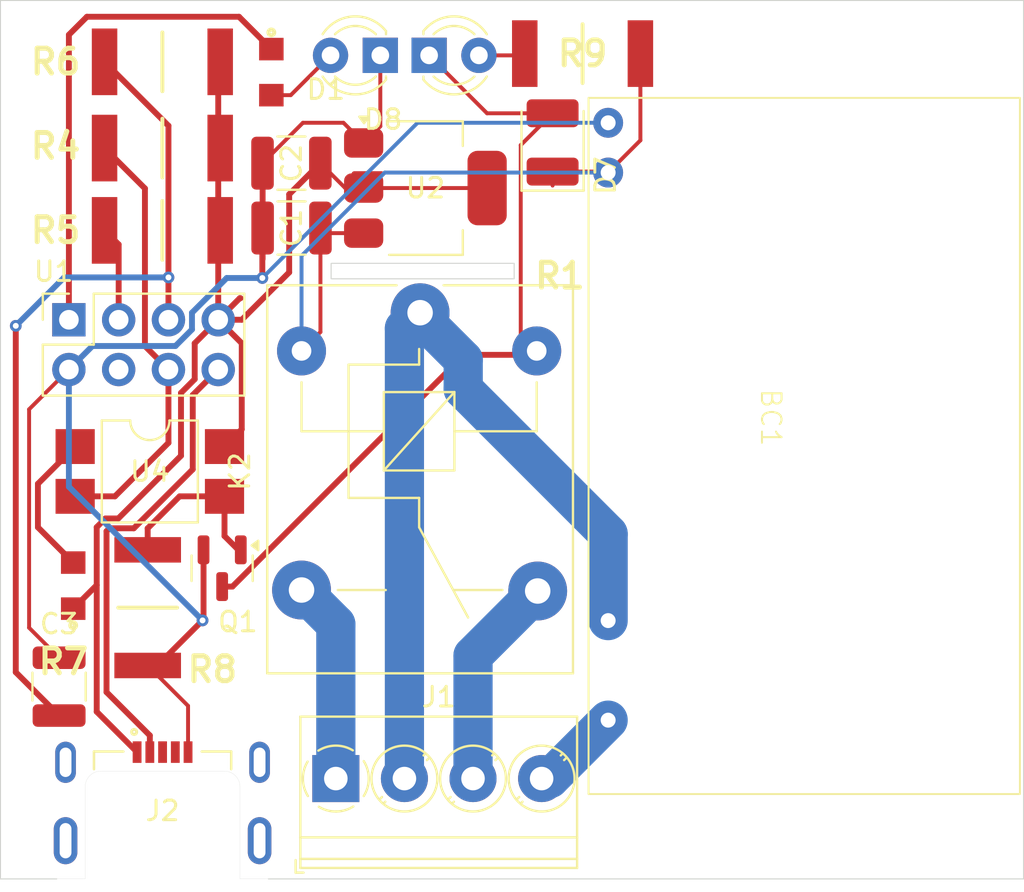
<source format=kicad_pcb>
(kicad_pcb (version 20240108) (generator "pcbnew") (generator_version "8.0")
  (layers (0 "F.Cu" signal) (31 "B.Cu" signal) (34 "B.Paste" user) (35 "F.Paste" user) (36 "B.SilkS" user "B.Silkscreen") (37 "F.SilkS" user "F.Silkscreen") (38 "B.Mask" user) (39 "F.Mask" user) (44 "Edge.Cuts" user))
  (net 0 "")
  (net 1 "/N IN")
  (net 2 "/L IN")
  (net 3 "+5V")
  (net 4 "/RST")
  (net 5 "Net-(D1-A)")
  (net 6 "Net-(D7-A)")
  (net 7 "Net-(D8-A)")
  (net 12 "/RX")
  (net 15 "/NC")
  (net 16 "/NO")
  (net 17 "/RELAY")
  (net 18 "/TX")
  (net 19 "/GPIO0")
  (net 20 "/CH_PD")
  (net 21 "Net-(R7-Pad2)")
  (net 23 "GND")
  (net 24 "VCC")
  (footprint "Homme:RESC6332X70N" (layer "F.Cu") (at 110.69 116.92 180)
    (property "Reference" "R5" (at 5.45 0 0) (layer "F.SilkS") (effects (font (size 1.27 1.27) (thickness 0.254))))
    (property "Value" "10k" (hide yes))
    (fp_line (start 0 -1.5) (end 0 1.5) (stroke (width 0.2)) (layer "F.SilkS"))
    (pad "1" smd rect (at -2.95 0 180) (size 1.3 3.4) (layers "F.Cu" "F.Paste" "F.Mask") (net 24 "VCC"))
    (pad "2" smd rect (at 2.95 0 180) (size 1.3 3.4) (layers "F.Cu" "F.Paste" "F.Mask") (net 20 "/CH_PD"))
  )
  (footprint "Capacitor_SMD:C_1210_3225Metric" (layer "F.Cu") (at 117.275 113.49)
    (property "Reference" "C2" (at 0 0 90) (layer "F.SilkS"))
    (property "Value" "100nf")
    (fp_line (start -0.711252 -1.36) (end 0.711252 -1.36) (stroke (width 0.12)) (layer "F.SilkS"))
    (fp_line (start -0.711252 1.36) (end 0.711252 1.36) (stroke (width 0.12)) (layer "F.SilkS"))
    (pad "1" smd roundrect (at -1.475 0) (size 1.15 2.7) (layers "F.Cu" "F.Paste" "F.Mask") (roundrect_rratio 0.217391) (net 23 "GND"))
    (pad "2" smd roundrect (at 1.475 0) (size 1.15 2.7) (layers "F.Cu" "F.Paste" "F.Mask") (roundrect_rratio 0.217391) (net 24 "VCC"))
  )
  (footprint "Homme:RESC6332X70N" (layer "F.Cu") (at 132.13 107.9)
    (property "Reference" "R9" (at 0 0 360) (layer "F.SilkS") (effects (font (size 1.27 1.27) (thickness 0.254))))
    (property "Value" "1K" (hide yes))
    (fp_line (start 0 -1.5) (end 0 1.5) (stroke (width 0.2)) (layer "F.SilkS"))
    (pad "1" smd rect (at -2.95 0) (size 1.3 3.4) (layers "F.Cu" "F.Paste" "F.Mask") (net 7 "Net-(D8-A)"))
    (pad "2" smd rect (at 2.95 0) (size 1.3 3.4) (layers "F.Cu" "F.Paste" "F.Mask") (net 3 "+5V"))
  )
  (footprint "Relay_THT:Relay_SPDT_SANYOU_SRD_Series_Form_C" (layer "F.Cu") (at 123.84 121.12 -90)
    (property "Reference" "K2" (at 8.1 9.2 90) (layer "F.SilkS"))
    (property "Value" "SANYOU_SRD_Form_C")
    (fp_line (start 18.4 7.8) (end -1.4 7.8) (stroke (width 0.12)) (layer "F.SilkS"))
    (fp_line (start 3.55 6.05) (end 6.05 6.05) (stroke (width 0.12)) (layer "F.SilkS"))
    (fp_line (start 14.15 4.2) (end 14.15 1.75) (stroke (width 0.12)) (layer "F.SilkS"))
    (fp_line (start 9.45 3.65) (end 2.65 3.65) (stroke (width 0.12)) (layer "F.SilkS"))
    (fp_line (start 4.05 1.85) (end 4.05 -1.75) (stroke (width 0.12)) (layer "F.SilkS"))
    (fp_line (start 6.05 1.85) (end 6.05 6.05) (stroke (width 0.12)) (layer "F.SilkS"))
    (fp_line (start 8.05 1.85) (end 4.05 1.85) (stroke (width 0.12)) (layer "F.SilkS"))
    (fp_line (start 8.05 1.85) (end 4.05 -1.75) (stroke (width 0.12)) (layer "F.SilkS"))
    (fp_line (start -1.4 1.2) (end -1.4 7.8) (stroke (width 0.12)) (layer "F.SilkS"))
    (fp_line (start 2.65 0.05) (end 2.65 3.65) (stroke (width 0.12)) (layer "F.SilkS"))
    (fp_line (start 2.65 0.05) (end 1.85 0.05) (stroke (width 0.12)) (layer "F.SilkS"))
    (fp_line (start 9.45 0.05) (end 9.45 3.65) (stroke (width 0.12)) (layer "F.SilkS"))
    (fp_line (start 9.45 0.05) (end 10.95 0.05) (stroke (width 0.12)) (layer "F.SilkS"))
    (fp_line (start 10.95 0.05) (end 15.55 -2.45) (stroke (width 0.12)) (layer "F.SilkS"))
    (fp_line (start 4.05 -1.75) (end 8.05 -1.75) (stroke (width 0.12)) (layer "F.SilkS"))
    (fp_line (start 8.05 -1.75) (end 8.05 1.85) (stroke (width 0.12)) (layer "F.SilkS"))
    (fp_line (start 14.15 -4.2) (end 14.15 -1.7) (stroke (width 0.12)) (layer "F.SilkS"))
    (fp_line (start 6.05 -5.95) (end 6.05 -1.75) (stroke (width 0.12)) (layer "F.SilkS"))
    (fp_line (start 6.05 -5.95) (end 3.55 -5.95) (stroke (width 0.12)) (layer "F.SilkS"))
    (fp_line (start -1.4 -7.8) (end -1.4 -1.2) (stroke (width 0.12)) (layer "F.SilkS"))
    (fp_line (start -1.4 -7.8) (end 18.4 -7.8) (stroke (width 0.12)) (layer "F.SilkS"))
    (fp_line (start 18.4 -7.8) (end 18.4 7.8) (stroke (width 0.12)) (layer "F.SilkS"))
    (pad "1" thru_hole circle (at 0 0) (size 3 3) (drill 1.3) (layers "*.Cu" "*.Mask") (net 2 "/L IN"))
    (pad "2" thru_hole circle (at 1.95 6.05) (size 2.5 2.5) (drill 1) (layers "*.Cu" "*.Mask") (net 3 "+5V"))
    (pad "3" thru_hole circle (at 14.15 6.05) (size 3 3) (drill 1.3) (layers "*.Cu" "*.Mask") (net 16 "/NO"))
    (pad "4" thru_hole circle (at 14.2 -6) (size 3 3) (drill 1.3) (layers "*.Cu" "*.Mask") (net 15 "/NC"))
    (pad "5" thru_hole circle (at 1.95 -5.95) (size 2.5 2.5) (drill 1) (layers "*.Cu" "*.Mask") (net 6 "Net-(D7-A)"))
  )
  (footprint "Package_TO_SOT_SMD:SOT-23" (layer "F.Cu") (at 113.74 134.1575 -90)
    (property "Reference" "Q1" (at 2.7375 -0.8 180) (layer "F.SilkS"))
    (property "Value" "2N7002")
    (fp_line (start 0 1.56) (end -0.65 1.56) (stroke (width 0.12)) (layer "F.SilkS"))
    (fp_line (start 0 1.56) (end 0.65 1.56) (stroke (width 0.12)) (layer "F.SilkS"))
    (fp_line (start 0 -1.56) (end -0.65 -1.56) (stroke (width 0.12)) (layer "F.SilkS"))
    (fp_line (start 0 -1.56) (end 0.65 -1.56) (stroke (width 0.12)) (layer "F.SilkS"))
    (fp_poly (pts (xy -1.1625 -1.51) (xy -1.4025 -1.84) (xy -0.9225 -1.84) (xy -1.1625 -1.51)) (stroke (width 0.12)) (fill solid) (layer "F.SilkS"))
    (pad "1" smd roundrect (at -0.9375 -0.95 270) (size 1.475 0.6) (layers "F.Cu" "F.Paste" "F.Mask") (net 17 "/RELAY"))
    (pad "2" smd roundrect (at -0.9375 0.95 270) (size 1.475 0.6) (layers "F.Cu" "F.Paste" "F.Mask") (net 23 "GND"))
    (pad "3" smd roundrect (at 0.9375 0 270) (size 1.475 0.6) (layers "F.Cu" "F.Paste" "F.Mask") (net 6 "Net-(D7-A)"))
  )
  (footprint "Homme:Buck Connect" (layer "F.Cu") (at 132.435 126.47 -90)
    (property "Reference" "BC1" (at 0 -9.305 -90) (layer "F.SilkS") (effects (font (thickness 0.1))))
    (property "Value" "~" (hide yes))
    (fp_rect (start -16.31 -22.01) (end 19.21 0) (stroke (width 0.1)) (fill none) (layer "F.SilkS"))
    (pad "1" thru_hole circle (at 10.36 -1 270) (size 1.524 1.524) (drill 0.762) (layers "*.Cu" "*.Mask") (net 2 "/L IN"))
    (pad "2" thru_hole circle (at 15.44 -1 270) (size 1.524 1.524) (drill 0.762) (layers "*.Cu" "*.Mask") (net 1 "/N IN"))
    (pad "3" thru_hole circle (at -12.5 -1 270) (size 1.524 1.524) (drill 0.762) (layers "*.Cu" "*.Mask") (net 3 "+5V"))
    (pad "4" thru_hole circle (at -15.04 -1 270) (size 1.524 1.524) (drill 0.762) (layers "*.Cu" "*.Mask") (net 23 "GND"))
  )
  (footprint "Package_TO_SOT_SMD:SOT-223-3_TabPin2" (layer "F.Cu") (at 124.11 114.76)
    (property "Reference" "U2" (at 0 0 0) (layer "F.SilkS"))
    (property "Value" "LD1117S33TR_SOT223")
    (fp_line (start -1.85 -3.41) (end 1.91 -3.41) (stroke (width 0.12)) (layer "F.SilkS"))
    (fp_line (start -1.85 3.41) (end 1.91 3.41) (stroke (width 0.12)) (layer "F.SilkS"))
    (fp_line (start 1.91 -3.41) (end 1.91 -2.15) (stroke (width 0.12)) (layer "F.SilkS"))
    (fp_line (start 1.91 3.41) (end 1.91 2.15) (stroke (width 0.12)) (layer "F.SilkS"))
    (fp_poly (pts (xy -3.13 -3.31) (xy -3.37 -3.64) (xy -2.89 -3.64) (xy -3.13 -3.31)) (stroke (width 0.12)) (fill solid) (layer "F.SilkS"))
    (pad "1" smd roundrect (at -3.15 -2.3) (size 2 1.5) (layers "F.Cu" "F.Paste" "F.Mask") (net 23 "GND"))
    (pad "2" smd roundrect (at -3.15 0) (size 2 1.5) (layers "F.Cu" "F.Paste" "F.Mask") (net 24 "VCC"))
    (pad "2" smd roundrect (at 3.15 0) (size 2 3.8) (layers "F.Cu" "F.Paste" "F.Mask") (net 24 "VCC"))
    (pad "3" smd roundrect (at -3.15 2.3) (size 2 1.5) (layers "F.Cu" "F.Paste" "F.Mask") (net 3 "+5V"))
  )
  (footprint "Package_DIP:SMDIP-4_W7.62mm" (layer "F.Cu") (at 110.05 129.22)
    (property "Reference" "U4" (at 0 0 0) (layer "F.SilkS"))
    (property "Value" "PC817")
    (fp_line (start -2.45 -2.6) (end -2.45 2.6) (stroke (width 0.12)) (layer "F.SilkS"))
    (fp_line (start -2.45 2.6) (end 2.45 2.6) (stroke (width 0.12)) (layer "F.SilkS"))
    (fp_line (start -1 -2.6) (end -2.45 -2.6) (stroke (width 0.12)) (layer "F.SilkS"))
    (fp_line (start 2.45 -2.6) (end 1 -2.6) (stroke (width 0.12)) (layer "F.SilkS"))
    (fp_line (start 2.45 2.6) (end 2.45 -2.6) (stroke (width 0.12)) (layer "F.SilkS"))
    (fp_arc (start 1 -2.6) (mid 0 -1.6) (end -1 -2.6) (stroke (width 0.12)) (layer "F.SilkS"))
    (pad "1" smd rect (at -3.81 -1.27) (size 2 1.78) (layers "F.Cu" "F.Paste" "F.Mask") (net 21 "Net-(R7-Pad2)"))
    (pad "2" smd rect (at -3.81 1.27) (size 2 1.78) (layers "F.Cu" "F.Paste" "F.Mask") (net 19 "/GPIO0"))
    (pad "3" smd rect (at 3.81 1.27) (size 2 1.78) (layers "F.Cu" "F.Paste" "F.Mask") (net 17 "/RELAY"))
    (pad "4" smd rect (at 3.81 -1.27) (size 2 1.78) (layers "F.Cu" "F.Paste" "F.Mask") (net 24 "VCC"))
  )
  (footprint "Homme:RESC6332X70N" (layer "F.Cu") (at 110.69 112.72 180)
    (property "Reference" "R4" (at 5.45 0.1 0) (layer "F.SilkS") (effects (font (size 1.27 1.27) (thickness 0.254))))
    (property "Value" "10k" (hide yes))
    (fp_line (start 0 -1.5) (end 0 1.5) (stroke (width 0.2)) (layer "F.SilkS"))
    (pad "1" smd rect (at -2.95 0 180) (size 1.3 3.4) (layers "F.Cu" "F.Paste" "F.Mask") (net 24 "VCC"))
    (pad "2" smd rect (at 2.95 0 180) (size 1.3 3.4) (layers "F.Cu" "F.Paste" "F.Mask") (net 19 "/GPIO0"))
  )
  (footprint "Homme:ERJUP6" (layer "F.Cu") (at 116.25 108.845 -90)
    (property "Reference" "R1" (at 10.395 -14.72 0) (layer "F.SilkS") (effects (font (size 1.27 1.27) (thickness 0.254))))
    (property "Value" "150" (hide yes))
    (fp_circle (center -2.025 0) (end -2.025 0.05) (stroke (width 0.2)) (fill none) (layer "F.SilkS"))
    (pad "1" smd rect (at -1.175 0 270) (size 1.15 1.25) (layers "F.Cu" "F.Paste" "F.Mask") (net 18 "/TX"))
    (pad "2" smd rect (at 1.175 0 270) (size 1.15 1.25) (layers "F.Cu" "F.Paste" "F.Mask") (net 5 "Net-(D1-A)"))
  )
  (footprint "Homme:RESC6332X70N" (layer "F.Cu") (at 110.69 108.32 180)
    (property "Reference" "R6" (at 5.45 0 0) (layer "F.SilkS") (effects (font (size 1.27 1.27) (thickness 0.254))))
    (property "Value" "10k" (hide yes))
    (fp_line (start 0 -1.5) (end 0 1.5) (stroke (width 0.2)) (layer "F.SilkS"))
    (pad "1" smd rect (at -2.95 0 180) (size 1.3 3.4) (layers "F.Cu" "F.Paste" "F.Mask") (net 24 "VCC"))
    (pad "2" smd rect (at 2.95 0 180) (size 1.3 3.4) (layers "F.Cu" "F.Paste" "F.Mask") (net 4 "/RST"))
  )
  (footprint "TerminalBlock_Phoenix:TerminalBlock_Phoenix_PT-1,5-4-3.5-H_1x04_P3.50mm_Horizontal" (layer "F.Cu") (at 119.54 144.89)
    (property "Reference" "J1" (at 5.25 -4.16 0) (layer "F.SilkS"))
    (property "Value" "Screw_Terminal_01x04")
    (fp_line (start -2.05 4.16) (end -2.05 4.8) (stroke (width 0.12)) (layer "F.SilkS"))
    (fp_line (start -2.05 4.8) (end -1.65 4.8) (stroke (width 0.12)) (layer "F.SilkS"))
    (fp_line (start -1.81 -3.16) (end -1.81 4.56) (stroke (width 0.12)) (layer "F.SilkS"))
    (fp_line (start -1.81 -3.16) (end 12.31 -3.16) (stroke (width 0.12)) (layer "F.SilkS"))
    (fp_line (start -1.81 3) (end 12.31 3) (stroke (width 0.12)) (layer "F.SilkS"))
    (fp_line (start -1.81 4.1) (end 12.31 4.1) (stroke (width 0.12)) (layer "F.SilkS"))
    (fp_line (start -1.81 4.56) (end 12.31 4.56) (stroke (width 0.12)) (layer "F.SilkS"))
    (fp_line (start 2.355 0.941) (end 2.226 1.069) (stroke (width 0.12)) (layer "F.SilkS"))
    (fp_line (start 2.525 1.181) (end 2.431 1.274) (stroke (width 0.12)) (layer "F.SilkS"))
    (fp_line (start 4.57 -1.275) (end 4.476 -1.181) (stroke (width 0.12)) (layer "F.SilkS"))
    (fp_line (start 4.775 -1.069) (end 4.646 -0.941) (stroke (width 0.12)) (layer "F.SilkS"))
    (fp_line (start 5.855 0.941) (end 5.726 1.069) (stroke (width 0.12)) (layer "F.SilkS"))
    (fp_line (start 6.025 1.181) (end 5.931 1.274) (stroke (width 0.12)) (layer "F.SilkS"))
    (fp_line (start 8.07 -1.275) (end 7.976 -1.181) (stroke (width 0.12)) (layer "F.SilkS"))
    (fp_line (start 8.275 -1.069) (end 8.146 -0.941) (stroke (width 0.12)) (layer "F.SilkS"))
    (fp_line (start 9.355 0.941) (end 9.226 1.069) (stroke (width 0.12)) (layer "F.SilkS"))
    (fp_line (start 9.525 1.181) (end 9.431 1.274) (stroke (width 0.12)) (layer "F.SilkS"))
    (fp_line (start 11.57 -1.275) (end 11.476 -1.181) (stroke (width 0.12)) (layer "F.SilkS"))
    (fp_line (start 11.775 -1.069) (end 11.646 -0.941) (stroke (width 0.12)) (layer "F.SilkS"))
    (fp_line (start 12.31 -3.16) (end 12.31 4.56) (stroke (width 0.12)) (layer "F.SilkS"))
    (fp_arc (start -1.425358 0.889894) (mid -1.680286 0.014012) (end -1.44 -0.866) (stroke (width 0.12)) (layer "F.SilkS"))
    (fp_arc (start -0.889894 -1.425358) (mid -0.014012 -1.680286) (end 0.866 -1.44) (stroke (width 0.12)) (layer "F.SilkS"))
    (fp_arc (start 0.028674 1.680099) (mid -0.435535 1.622918) (end -0.866 1.44) (stroke (width 0.12)) (layer "F.SilkS"))
    (fp_arc (start 0.890264 1.424721) (mid 0.463071 1.61492) (end 0 1.68) (stroke (width 0.12)) (layer "F.SilkS"))
    (fp_arc (start 1.425504 -0.890193) (mid 1.680626 0.000476) (end 1.425 0.891) (stroke (width 0.12)) (layer "F.SilkS"))
    (fp_circle (center 3.5 0) (end 5.18 0) (stroke (width 0.12)) (fill none) (layer "F.SilkS"))
    (fp_circle (center 7 0) (end 8.68 0) (stroke (width 0.12)) (fill none) (layer "F.SilkS"))
    (fp_circle (center 10.5 0) (end 12.18 0) (stroke (width 0.12)) (fill none) (layer "F.SilkS"))
    (pad "1" thru_hole rect (at 0 0) (size 2.4 2.4) (drill 1.2) (layers "*.Cu" "*.Mask") (net 16 "/NO"))
    (pad "2" thru_hole circle (at 3.5 0) (size 2.4 2.4) (drill 1.2) (layers "*.Cu" "*.Mask") (net 2 "/L IN"))
    (pad "3" thru_hole circle (at 7 0) (size 2.4 2.4) (drill 1.2) (layers "*.Cu" "*.Mask") (net 15 "/NC"))
    (pad "4" thru_hole circle (at 10.5 0) (size 2.4 2.4) (drill 1.2) (layers "*.Cu" "*.Mask") (net 1 "/N IN"))
  )
  (footprint "Capacitor_SMD:C_1210_3225Metric" (layer "F.Cu") (at 117.28 116.8)
    (property "Reference" "C1" (at 0 0 90) (layer "F.SilkS"))
    (property "Value" "1uf")
    (fp_line (start -0.711252 -1.36) (end 0.711252 -1.36) (stroke (width 0.12)) (layer "F.SilkS"))
    (fp_line (start -0.711252 1.36) (end 0.711252 1.36) (stroke (width 0.12)) (layer "F.SilkS"))
    (pad "1" smd roundrect (at -1.475 0) (size 1.15 2.7) (layers "F.Cu" "F.Paste" "F.Mask") (roundrect_rratio 0.217391) (net 23 "GND"))
    (pad "2" smd roundrect (at 1.475 0) (size 1.15 2.7) (layers "F.Cu" "F.Paste" "F.Mask") (roundrect_rratio 0.217391) (net 3 "+5V"))
  )
  (footprint "Homme:ERJUP6" (layer "F.Cu") (at 106.14 135.045 90)
    (property "Reference" "R7" (at -3.875 -0.5 180) (layer "F.SilkS") (effects (font (size 1.27 1.27) (thickness 0.254))))
    (property "Value" "170" (hide yes))
    (fp_circle (center -2.025 0) (end -2.025 0.05) (stroke (width 0.2)) (fill none) (layer "F.SilkS"))
    (pad "1" smd rect (at -1.175 0 90) (size 1.15 1.25) (layers "F.Cu" "F.Paste" "F.Mask") (net 24 "VCC"))
    (pad "2" smd rect (at 1.175 0 90) (size 1.15 1.25) (layers "F.Cu" "F.Paste" "F.Mask") (net 21 "Net-(R7-Pad2)"))
  )
  (footprint "Diode_SMD:D_1210_3225Metric_Pad1.42x2.65mm_HandSolder" (layer "F.Cu") (at 130.6 112.4325 90)
    (property "Reference" "D7" (at -1.6875 2.7 90) (layer "F.SilkS"))
    (property "Value" "D")
    (fp_line (start 1.6 -1.585) (end -2.46 -1.585) (stroke (width 0.12)) (layer "F.SilkS"))
    (fp_line (start -2.46 -1.585) (end -2.46 1.585) (stroke (width 0.12)) (layer "F.SilkS"))
    (fp_line (start -2.46 1.585) (end 1.6 1.585) (stroke (width 0.12)) (layer "F.SilkS"))
    (pad "1" smd roundrect (at -1.4875 0 90) (size 1.425 2.65) (layers "F.Cu" "F.Paste" "F.Mask") (roundrect_rratio 0.175439) (net 3 "+5V"))
    (pad "2" smd roundrect (at 1.4875 0 90) (size 1.425 2.65) (layers "F.Cu" "F.Paste" "F.Mask") (roundrect_rratio 0.175439) (net 6 "Net-(D7-A)"))
  )
  (footprint "LED_THT:LED_D3.0mm" (layer "F.Cu") (at 121.81 107.99 180)
    (property "Reference" "D1" (at 2.78 -1.74 0) (layer "F.SilkS"))
    (property "Value" "LED")
    (fp_line (start -0.29 1.08) (end -0.29 1.236) (stroke (width 0.12)) (layer "F.SilkS"))
    (fp_line (start -0.29 -1.236) (end -0.29 -1.08) (stroke (width 0.12)) (layer "F.SilkS"))
    (fp_arc (start 2.942335 1.078608) (mid 1.366487 1.987659) (end -0.29 1.235516) (stroke (width 0.12)) (layer "F.SilkS"))
    (fp_arc (start 2.31113 1.079837) (mid 1.270117 1.5) (end 0.229039 1.08) (stroke (width 0.12)) (layer "F.SilkS"))
    (fp_arc (start 0.229039 -1.08) (mid 1.270117 -1.5) (end 2.31113 -1.079837) (stroke (width 0.12)) (layer "F.SilkS"))
    (fp_arc (start -0.29 -1.235516) (mid 1.366487 -1.987659) (end 2.942335 -1.078608) (stroke (width 0.12)) (layer "F.SilkS"))
    (pad "1" thru_hole rect (at 0 0 180) (size 1.8 1.8) (drill 0.9) (layers "*.Cu" "*.Mask") (net 23 "GND"))
    (pad "2" thru_hole circle (at 2.54 0 180) (size 1.8 1.8) (drill 0.9) (layers "*.Cu" "*.Mask") (net 5 "Net-(D1-A)"))
  )
  (footprint "Homme:RESC6332X70N" (layer "F.Cu") (at 109.94 136.17 90)
    (property "Reference" "R8" (at -3.15 3.3 180) (layer "F.SilkS") (effects (font (size 1.27 1.27) (thickness 0.254))))
    (property "Value" "10k" (hide yes))
    (fp_line (start 0 -1.5) (end 0 1.5) (stroke (width 0.2)) (layer "F.SilkS"))
    (pad "1" smd rect (at -2.95 0 90) (size 1.3 3.4) (layers "F.Cu" "F.Paste" "F.Mask") (net 23 "GND"))
    (pad "2" smd rect (at 2.95 0 90) (size 1.3 3.4) (layers "F.Cu" "F.Paste" "F.Mask") (net 17 "/RELAY"))
  )
  (footprint "Connector_PinSocket_2.54mm:PinSocket_2x04_P2.54mm_Vertical" (layer "F.Cu") (at 105.92 121.48 90)
    (property "Reference" "U1" (at 2.46 -0.78 180) (layer "F.SilkS"))
    (property "Value" "ESP-01v090")
    (fp_line (start 1.33 -1.33) (end 1.33 0) (stroke (width 0.12)) (layer "F.SilkS"))
    (fp_line (start 0 -1.33) (end 1.33 -1.33) (stroke (width 0.12)) (layer "F.SilkS"))
    (fp_line (start -1.27 -1.33) (end -1.27 1.27) (stroke (width 0.12)) (layer "F.SilkS"))
    (fp_line (start -3.87 -1.33) (end -1.27 -1.33) (stroke (width 0.12)) (layer "F.SilkS"))
    (fp_line (start -3.87 -1.33) (end -3.87 8.95) (stroke (width 0.12)) (layer "F.SilkS"))
    (fp_line (start 1.33 1.27) (end 1.33 8.95) (stroke (width 0.12)) (layer "F.SilkS"))
    (fp_line (start -1.27 1.27) (end 1.33 1.27) (stroke (width 0.12)) (layer "F.SilkS"))
    (fp_line (start -3.87 8.95) (end 1.33 8.95) (stroke (width 0.12)) (layer "F.SilkS"))
    (pad "1" thru_hole rect (at 0 0 90) (size 1.7 1.7) (drill 1) (layers "*.Cu" "*.Mask") (net 18 "/TX"))
    (pad "2" thru_hole oval (at -2.54 0 90) (size 1.7 1.7) (drill 1) (layers "*.Cu" "*.Mask") (net 23 "GND"))
    (pad "3" thru_hole oval (at 0 2.54 90) (size 1.7 1.7) (drill 1) (layers "*.Cu" "*.Mask") (net 20 "/CH_PD"))
    (pad "4" thru_hole oval (at -2.54 2.54 90) (size 1.7 1.7) (drill 1) (layers "*.Cu" "*.Mask"))
    (pad "5" thru_hole oval (at 0 5.08 90) (size 1.7 1.7) (drill 1) (layers "*.Cu" "*.Mask") (net 4 "/RST"))
    (pad "6" thru_hole oval (at -2.54 5.08 90) (size 1.7 1.7) (drill 1) (layers "*.Cu" "*.Mask") (net 19 "/GPIO0"))
    (pad "7" thru_hole oval (at 0 7.62 90) (size 1.7 1.7) (drill 1) (layers "*.Cu" "*.Mask") (net 24 "VCC"))
    (pad "8" thru_hole oval (at -2.54 7.62 90) (size 1.7 1.7) (drill 1) (layers "*.Cu" "*.Mask") (net 12 "/RX"))
  )
  (footprint "Capacitor_SMD:C_1210_3225Metric" (layer "F.Cu") (at 105.42 140.2 90)
    (property "Reference" "C3" (at 3.2 0 0) (layer "F.SilkS"))
    (property "Value" "100nf")
    (fp_line (start -0.711252 -1.36) (end 0.711252 -1.36) (stroke (width 0.12)) (layer "F.SilkS"))
    (fp_line (start -0.711252 1.36) (end 0.711252 1.36) (stroke (width 0.12)) (layer "F.SilkS"))
    (pad "1" smd roundrect (at -1.475 0 90) (size 1.15 2.7) (layers "F.Cu" "F.Paste" "F.Mask") (roundrect_rratio 0.217391) (net 4 "/RST"))
    (pad "2" smd roundrect (at 1.475 0 90) (size 1.15 2.7) (layers "F.Cu" "F.Paste" "F.Mask") (roundrect_rratio 0.217391) (net 23 "GND"))
  )
  (footprint "LED_THT:LED_D3.0mm" (layer "F.Cu") (at 124.3 107.99)
    (property "Reference" "D8" (at -2.345 3.27 0) (layer "F.SilkS"))
    (property "Value" "LED")
    (fp_line (start -0.29 -1.236) (end -0.29 -1.08) (stroke (width 0.12)) (layer "F.SilkS"))
    (fp_line (start -0.29 1.08) (end -0.29 1.236) (stroke (width 0.12)) (layer "F.SilkS"))
    (fp_arc (start -0.29 -1.235516) (mid 1.366487 -1.987659) (end 2.942335 -1.078608) (stroke (width 0.12)) (layer "F.SilkS"))
    (fp_arc (start 0.229039 -1.08) (mid 1.270117 -1.5) (end 2.31113 -1.079837) (stroke (width 0.12)) (layer "F.SilkS"))
    (fp_arc (start 2.31113 1.079837) (mid 1.270117 1.5) (end 0.229039 1.08) (stroke (width 0.12)) (layer "F.SilkS"))
    (fp_arc (start 2.942335 1.078608) (mid 1.366487 1.987659) (end -0.29 1.235516) (stroke (width 0.12)) (layer "F.SilkS"))
    (pad "1" thru_hole rect (at 0 0) (size 1.8 1.8) (drill 0.9) (layers "*.Cu" "*.Mask") (net 6 "Net-(D7-A)"))
    (pad "2" thru_hole circle (at 2.54 0) (size 1.8 1.8) (drill 0.9) (layers "*.Cu" "*.Mask") (net 7 "Net-(D8-A)"))
  )
  (footprint "Homme:MOLEX_476421001" (layer "F.Cu") (at 110.7 146.825)
    (property "Reference" "J2" (at 0 -0.2906 0) (layer "F.SilkS"))
    (property "Value" "476421001")
    (fp_line (start -3.5 -3.315) (end -3.5 -2.415) (stroke (width 0.127)) (layer "F.SilkS"))
    (fp_line (start -2 -3.315) (end -3.5 -3.315) (stroke (width 0.127)) (layer "F.SilkS"))
    (fp_line (start 2 -3.315) (end 3.5 -3.315) (stroke (width 0.127)) (layer "F.SilkS"))
    (fp_line (start 3.5 -3.315) (end 3.5 -2.415) (stroke (width 0.127)) (layer "F.SilkS"))
    (fp_circle (center -1.45 -4.315) (end -1.4 -4.315) (stroke (width 0.1524)) (fill none) (layer "F.SilkS"))
    (fp_line (start -5.4 3.185) (end -3.95 3.185) (stroke (width 0.01)) (layer "Edge.Cuts"))
    (fp_line (start -3.95 3.185) (end -3.95 -1.515) (stroke (width 0.01)) (layer "Edge.Cuts"))
    (fp_line (start -3.15 -2.315) (end 3.15 -2.315) (stroke (width 0.01)) (layer "Edge.Cuts"))
    (fp_line (start 3.95 -1.515) (end 3.95 3.185) (stroke (width 0.01)) (layer "Edge.Cuts"))
    (fp_line (start 3.95 3.185) (end 5.4 3.185) (stroke (width 0.01)) (layer "Edge.Cuts"))
    (fp_arc (start -3.95 -1.515) (mid -3.715685 -2.080685) (end -3.15 -2.315) (stroke (width 0.01)) (layer "Edge.Cuts"))
    (fp_arc (start 3.15 -2.315) (mid 3.715685 -2.080685) (end 3.95 -1.515) (stroke (width 0.01)) (layer "Edge.Cuts"))
    (pad "1" smd rect (at -1.3 -3.285) (size 0.45 1.1) (layers "F.Cu" "F.Paste" "F.Mask") (net 24 "VCC"))
    (pad "2" smd rect (at -0.65 -3.285) (size 0.45 1.1) (layers "F.Cu" "F.Paste" "F.Mask") (net 12 "/RX"))
    (pad "3" smd rect (at 0 -3.285) (size 0.45 1.1) (layers "F.Cu" "F.Paste" "F.Mask"))
    (pad "4" smd rect (at 0.65 -3.285) (size 0.45 1.1) (layers "F.Cu" "F.Paste" "F.Mask"))
    (pad "5" smd rect (at 1.3 -3.285) (size 0.45 1.1) (layers "F.Cu" "F.Paste" "F.Mask") (net 23 "GND"))
    (pad "P1" thru_hole oval (at -4.95 1.235) (size 1.2 2.4) (drill oval 0.6 1.8) (layers "*.Cu" "*.Mask"))
    (pad "P2" thru_hole oval (at 4.95 1.235) (size 1.2 2.4) (drill oval 0.6 1.8) (layers "*.Cu" "*.Mask"))
    (pad "P3" thru_hole oval (at -4.95 -2.765) (size 1.05 2.1) (drill oval 0.6 1.5) (layers "*.Cu" "*.Mask"))
    (pad "P4" thru_hole oval (at 4.95 -2.765) (size 1.05 2.1) (drill oval 0.6 1.5) (layers "*.Cu" "*.Mask"))
  )
  (gr_line (start 102.43 150.01) (end 105.3 150.01) (stroke (width 0.05)) (layer "Edge.Cuts"))
  (gr_rect (start 119.3 118.6) (end 128.64 119.39) (stroke (width 0.05)) (fill none) (layer "Edge.Cuts"))
  (gr_line (start 154.63 105.19) (end 102.43 105.19) (stroke (width 0.05)) (layer "Edge.Cuts"))
  (gr_line (start 102.43 105.19) (end 102.43 150.01) (stroke (width 0.05)) (layer "Edge.Cuts"))
  (gr_line (start 154.63 150.01) (end 154.63 105.19) (stroke (width 0.05)) (layer "Edge.Cuts"))
  (gr_line (start 116.1 150.01) (end 154.63 150.01) (stroke (width 0.05)) (layer "Edge.Cuts"))
  (segment (start 130.455 144.89) (end 133.435 141.91) (width 2) (layer "B.Cu") (net 1))
  (segment (start 130.04 144.89) (end 130.455 144.89) (width 2) (layer "B.Cu") (net 1))
  (segment (start 123.04 121.92) (end 123.84 121.12) (width 2) (layer "B.Cu") (net 2))
  (segment (start 133.435 132.415) (end 133.435 136.83) (width 2) (layer "B.Cu") (net 2))
  (segment (start 123.04 144.89) (end 123.04 121.92) (width 2) (layer "B.Cu") (net 2))
  (segment (start 126.04 125.02) (end 133.435 132.415) (width 2) (layer "B.Cu") (net 2))
  (segment (start 126.04 123.52) (end 126.04 125.02) (width 2) (layer "B.Cu") (net 2))
  (segment (start 123.84 121.32) (end 126.04 123.52) (width 2) (layer "B.Cu") (net 2))
  (segment (start 135.08 107.9) (end 135.08 112.325) (width 0.2) (layer "F.Cu") (net 3))
  (segment (start 118.755 122.105) (end 117.79 123.07) (width 0.2) (layer "F.Cu") (net 3))
  (segment (start 118.755 116.8) (end 118.755 122.105) (width 0.2) (layer "F.Cu") (net 3))
  (segment (start 133.385 113.92) (end 133.435 113.97) (width 0.2) (layer "F.Cu") (net 3))
  (segment (start 135.08 112.325) (end 133.435 113.97) (width 0.2) (layer "F.Cu") (net 3))
  (segment (start 130.6 113.92) (end 133.385 113.92) (width 0.2) (layer "F.Cu") (net 3))
  (segment (start 120.96 117.06) (end 119.015 117.06) (width 0.2) (layer "F.Cu") (net 3))
  (segment (start 119.015 117.06) (end 118.755 116.8) (width 0.2) (layer "F.Cu") (net 3))
  (segment (start 130.6 114.632499) (end 130.6 113.92) (width 0.2) (layer "F.Cu") (net 3))
  (segment (start 118.955 117) (end 118.755 116.8) (width 0.3) (layer "F.Cu") (net 3))
  (segment (start 133.435 113.97) (end 122.04 113.97) (width 0.2) (layer "B.Cu") (net 3))
  (segment (start 117.79 118.22) (end 117.79 123.07) (width 0.2) (layer "B.Cu") (net 3))
  (segment (start 122.04 113.97) (end 117.79 118.22) (width 0.2) (layer "B.Cu") (net 3))
  (segment (start 111 119.32) (end 111 111.58) (width 0.3) (layer "F.Cu") (net 4))
  (segment (start 103.21 121.79) (end 103.21 139.465) (width 0.3) (layer "F.Cu") (net 4))
  (segment (start 111 111.58) (end 107.74 108.32) (width 0.3) (layer "F.Cu") (net 4))
  (segment (start 111 121.48) (end 111 119.32) (width 0.3) (layer "F.Cu") (net 4))
  (segment (start 103.21 139.465) (end 105.42 141.675) (width 0.3) (layer "F.Cu") (net 4))
  (via (at 111 119.32) (size 0.6) (drill 0.3) (layers "F.Cu" "B.Cu") (net 4))
  (via (at 103.21 121.79) (size 0.6) (drill 0.3) (layers "F.Cu" "B.Cu") (net 4))
  (segment (start 111 119.32) (end 105.68 119.32) (width 0.3) (layer "B.Cu") (net 4))
  (segment (start 105.68 119.32) (end 103.21 121.79) (width 0.3) (layer "B.Cu") (net 4))
  (segment (start 116.25 110.02) (end 117.24 110.02) (width 0.2) (layer "F.Cu") (net 5))
  (segment (start 117.24 110.02) (end 119.27 107.99) (width 0.2) (layer "F.Cu") (net 5))
  (segment (start 127.255 110.945) (end 124.3 107.99) (width 0.2) (layer "F.Cu") (net 6))
  (segment (start 130.6 110.945) (end 128.975 112.57) (width 0.2) (layer "F.Cu") (net 6))
  (segment (start 128.975 122.255) (end 129.79 123.07) (width 0.2) (layer "F.Cu") (net 6))
  (segment (start 114.263762 135.095) (end 126.088762 123.27) (width 0.3) (layer "F.Cu") (net 6))
  (segment (start 113.74 135.095) (end 114.263762 135.095) (width 0.3) (layer "F.Cu") (net 6))
  (segment (start 128.975 112.57) (end 128.975 122.255) (width 0.2) (layer "F.Cu") (net 6))
  (segment (start 126.088762 123.27) (end 129.79 123.27) (width 0.3) (layer "F.Cu") (net 6))
  (segment (start 130.6 110.945) (end 127.255 110.945) (width 0.2) (layer "F.Cu") (net 6))
  (segment (start 126.84 107.99) (end 129.09 107.99) (width 0.2) (layer "F.Cu") (net 7))
  (segment (start 129.09 107.99) (end 129.18 107.9) (width 0.2) (layer "F.Cu") (net 7))
  (segment (start 126.84 107.99) (end 126.84 108.35) (width 0.2) (layer "F.Cu") (net 7))
  (segment (start 112.24 125.32) (end 112.24 129.112894) (width 0.3) (layer "F.Cu") (net 12))
  (segment (start 110.05 142.69) (end 107.84 140.48) (width 0.3) (layer "F.Cu") (net 12))
  (segment (start 109.232894 132.12) (end 107.99 132.12) (width 0.3) (layer "F.Cu") (net 12))
  (segment (start 110.05 143.54) (end 110.05 142.69) (width 0.3) (layer "F.Cu") (net 12))
  (segment (start 112.24 129.112894) (end 109.232894 132.12) (width 0.3) (layer "F.Cu") (net 12))
  (segment (start 113.54 124.02) (end 112.24 125.32) (width 0.3) (layer "F.Cu") (net 12))
  (segment (start 107.99 132.12) (end 107.84 132.27) (width 0.3) (layer "F.Cu") (net 12))
  (segment (start 107.84 140.48) (end 107.84 132.27) (width 0.3) (layer "F.Cu") (net 12))
  (segment (start 126.54 144.89) (end 126.54 138.62) (width 2) (layer "B.Cu") (net 15))
  (segment (start 126.54 138.62) (end 129.84 135.32) (width 2) (layer "B.Cu") (net 15))
  (segment (start 119.54 137.02) (end 117.79 135.27) (width 2) (layer "B.Cu") (net 16))
  (segment (start 119.54 144.89) (end 119.54 137.02) (width 2) (layer "B.Cu") (net 16))
  (segment (start 109.94 133.22) (end 109.94 132.12) (width 0.3) (layer "F.Cu") (net 17))
  (segment (start 113.86 130.49) (end 113.86 132.515) (width 0.3) (layer "F.Cu") (net 17))
  (segment (start 113.86 132.515) (end 114.69 133.345) (width 0.3) (layer "F.Cu") (net 17))
  (segment (start 111.57 130.49) (end 113.86 130.49) (width 0.3) (layer "F.Cu") (net 17))
  (segment (start 109.94 132.12) (end 111.57 130.49) (width 0.3) (layer "F.Cu") (net 17))
  (segment (start 105.92 106.94) (end 106.84 106.02) (width 0.3) (layer "F.Cu") (net 18))
  (segment (start 106.84 106.02) (end 114.6 106.02) (width 0.3) (layer "F.Cu") (net 18))
  (segment (start 105.92 121.48) (end 105.92 106.94) (width 0.3) (layer "F.Cu") (net 18))
  (segment (start 114.6 106.02) (end 116.25 107.67) (width 0.3) (layer "F.Cu") (net 18))
  (segment (start 109.8 114.78) (end 107.74 112.72) (width 0.3) (layer "F.Cu") (net 19))
  (segment (start 111 124.02) (end 109.8 122.82) (width 0.3) (layer "F.Cu") (net 19))
  (segment (start 108.27 130.49) (end 106.24 130.49) (width 0.3) (layer "F.Cu") (net 19))
  (segment (start 109.8 122.82) (end 109.8 114.78) (width 0.3) (layer "F.Cu") (net 19))
  (segment (start 111 127.76) (end 108.27 130.49) (width 0.3) (layer "F.Cu") (net 19))
  (segment (start 111 124.02) (end 111 127.76) (width 0.3) (layer "F.Cu") (net 19))
  (segment (start 108.46 117.64) (end 107.74 116.92) (width 0.3) (layer "F.Cu") (net 20))
  (segment (start 108.46 121.48) (end 108.46 117.64) (width 0.3) (layer "F.Cu") (net 20))
  (segment (start 106.14 133.87) (end 104.34 132.07) (width 0.3) (layer "F.Cu") (net 21))
  (segment (start 104.34 129.85) (end 106.24 127.95) (width 0.3) (layer "F.Cu") (net 21))
  (segment (start 104.34 132.07) (end 104.34 129.85) (width 0.3) (layer "F.Cu") (net 21))
  (segment (start 110.44 139.12) (end 112.74 136.82) (width 0.3) (layer "F.Cu") (net 23))
  (segment (start 117.86 111.43) (end 115.8 113.49) (width 0.2) (layer "F.Cu") (net 23))
  (segment (start 121.81 111.61) (end 120.96 112.46) (width 0.2) (layer "F.Cu") (net 23))
  (segment (start 121.81 107.99) (end 121.81 111.61) (width 0.2) (layer "F.Cu") (net 23))
  (segment (start 115.79 119.35) (end 115.79 116.815) (width 0.3) (layer "F.Cu") (net 23))
  (segment (start 120.96 112.46) (end 119.93 111.43) (width 0.2) (layer "F.Cu") (net 23))
  (segment (start 115.79 116.815) (end 115.805 116.8) (width 0.3) (layer "F.Cu") (net 23))
  (segment (start 103.89 137.195) (end 103.89 126.05) (width 0.2) (layer "F.Cu") (net 23))
  (segment (start 103.89 126.05) (end 105.92 124.02) (width 0.2) (layer "F.Cu") (net 23))
  (segment (start 115.905 116.7) (end 115.805 116.8) (width 0.3) (layer "F.Cu") (net 23))
  (segment (start 109.94 139.12) (end 110.44 139.12) (width 0.3) (layer "F.Cu") (net 23))
  (segment (start 109.94 139.12) (end 112 141.18) (width 0.2) (layer "F.Cu") (net 23))
  (segment (start 112.79 133.22) (end 112.79 136.77) (width 0.3) (layer "F.Cu") (net 23))
  (segment (start 121.37 112.05) (end 120.96 112.46) (width 0.2) (layer "F.Cu") (net 23))
  (segment (start 112.79 136.77) (end 112.74 136.82) (width 0.3) (layer "F.Cu") (net 23))
  (segment (start 119.93 111.43) (end 117.86 111.43) (width 0.2) (layer "F.Cu") (net 23))
  (segment (start 115.805 116.8) (end 115.805 118.375) (width 0.3) (layer "F.Cu") (net 23))
  (segment (start 115.805 113.495) (end 115.8 113.49) (width 0.3) (layer "F.Cu") (net 23))
  (segment (start 115.805 116.8) (end 115.805 113.495) (width 0.3) (layer "F.Cu") (net 23))
  (segment (start 112 141.18) (end 112 143.54) (width 0.2) (layer "F.Cu") (net 23))
  (segment (start 105.42 138.725) (end 103.89 137.195) (width 0.2) (layer "F.Cu") (net 23))
  (via (at 112.74 136.82) (size 0.6) (drill 0.3) (layers "F.Cu" "B.Cu") (net 23))
  (via (at 115.79 119.35) (size 0.6) (drill 0.3) (layers "F.Cu" "B.Cu") (net 23))
  (segment (start 123.71 111.43) (end 115.79 119.35) (width 0.2) (layer "B.Cu") (net 23))
  (segment (start 112.2 121.122943) (end 113.972943 119.35) (width 0.3) (layer "B.Cu") (net 23))
  (segment (start 107.12 122.82) (end 105.92 124.02) (width 0.3) (layer "B.Cu") (net 23))
  (segment (start 105.92 124.02) (end 105.92 130) (width 0.3) (layer "B.Cu") (net 23))
  (segment (start 105.92 130) (end 112.74 136.82) (width 0.3) (layer "B.Cu") (net 23))
  (segment (start 113.972943 119.35) (end 115.79 119.35) (width 0.3) (layer "B.Cu") (net 23))
  (segment (start 112.2 121.122943) (end 112.2 121.977057) (width 0.3) (layer "B.Cu") (net 23))
  (segment (start 111.357057 122.82) (end 107.12 122.82) (width 0.3) (layer "B.Cu") (net 23))
  (segment (start 133.435 111.43) (end 123.71 111.43) (width 0.2) (layer "B.Cu") (net 23))
  (segment (start 112.2 121.977057) (end 111.357057 122.82) (width 0.3) (layer "B.Cu") (net 23))
  (segment (start 114.74 127.07) (end 114.74 122.68) (width 0.3) (layer "F.Cu") (net 24))
  (segment (start 121.865 114.05) (end 120.49 114.05) (width 0.3) (layer "F.Cu") (net 24))
  (segment (start 113.54 121.48) (end 113.54 108.42) (width 0.3) (layer "F.Cu") (net 24))
  (segment (start 113.54 121.48) (end 112.34 122.68) (width 0.3) (layer "F.Cu") (net 24))
  (segment (start 106.14 136.22) (end 107.34 135.02) (width 0.3) (layer "F.Cu") (net 24))
  (segment (start 107.34 132.062893) (end 107.34 135.02) (width 0.3) (layer "F.Cu") (net 24))
  (segment (start 114.74 122.68) (end 113.54 121.48) (width 0.3) (layer "F.Cu") (net 24))
  (segment (start 113.54 121.48) (end 114.742081 121.48) (width 0.3) (layer "F.Cu") (net 24))
  (segment (start 113.54 121.48) (end 114.64 120.38) (width 0.3) (layer "F.Cu") (net 24))
  (segment (start 117.16 119.062081) (end 117.16 115.08) (width 0.3) (layer "F.Cu") (net 24))
  (segment (start 127.26 114.76) (end 120.96 114.76) (width 0.2) (layer "F.Cu") (net 24))
  (segment (start 111.64 128.42) (end 108.44 131.62) (width 0.3) (layer "F.Cu") (net 24))
  (segment (start 120.96 114.76) (end 120.02 114.76) (width 0.2) (layer "F.Cu") (net 24))
  (segment (start 120.02 114.76) (end 118.75 113.49) (width 0.2) (layer "F.Cu") (net 24))
  (segment (start 114.64 120.38) (end 114.68 120.38) (width 0.3) (layer "F.Cu") (net 24))
  (segment (start 107.34 141.48) (end 109.4 143.54) (width 0.3) (layer "F.Cu") (net 24))
  (segment (start 114.742081 121.48) (end 117.16 119.062081) (width 0.3) (layer "F.Cu") (net 24))
  (segment (start 117.16 115.08) (end 118.75 113.49) (width 0.3) (layer "F.Cu") (net 24))
  (segment (start 107.782893 131.62) (end 107.34 132.062893) (width 0.3) (layer "F.Cu") (net 24))
  (segment (start 111.64 125.212893) (end 111.64 128.42) (width 0.3) (layer "F.Cu") (net 24))
  (segment (start 112.34 122.68) (end 112.34 124.512893) (width 0.3) (layer "F.Cu") (net 24))
  (segment (start 113.54 108.42) (end 113.64 108.32) (width 0.3) (layer "F.Cu") (net 24))
  (segment (start 113.86 127.95) (end 114.74 127.07) (width 0.3) (layer "F.Cu") (net 24))
  (segment (start 108.44 131.62) (end 107.782893 131.62) (width 0.3) (layer "F.Cu") (net 24))
  (segment (start 107.34 135.02) (end 107.34 141.48) (width 0.3) (layer "F.Cu") (net 24))
  (segment (start 112.34 124.512893) (end 111.64 125.212893) (width 0.3) (layer "F.Cu") (net 24))
)
</source>
